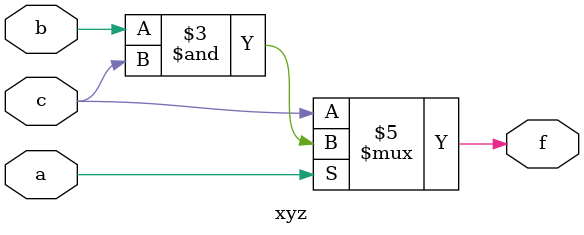
<source format=v>
/*module xyz (input a, b, c, output reg f);
	always @ (*)
		if (a == 1) f = b & c;
endmodule
*/
module xyz (input a, b, c, output reg f);
	always @ (*)
		begin
			f = c;
			if (a == 1) f = b & c;
		end
endmodule

</source>
